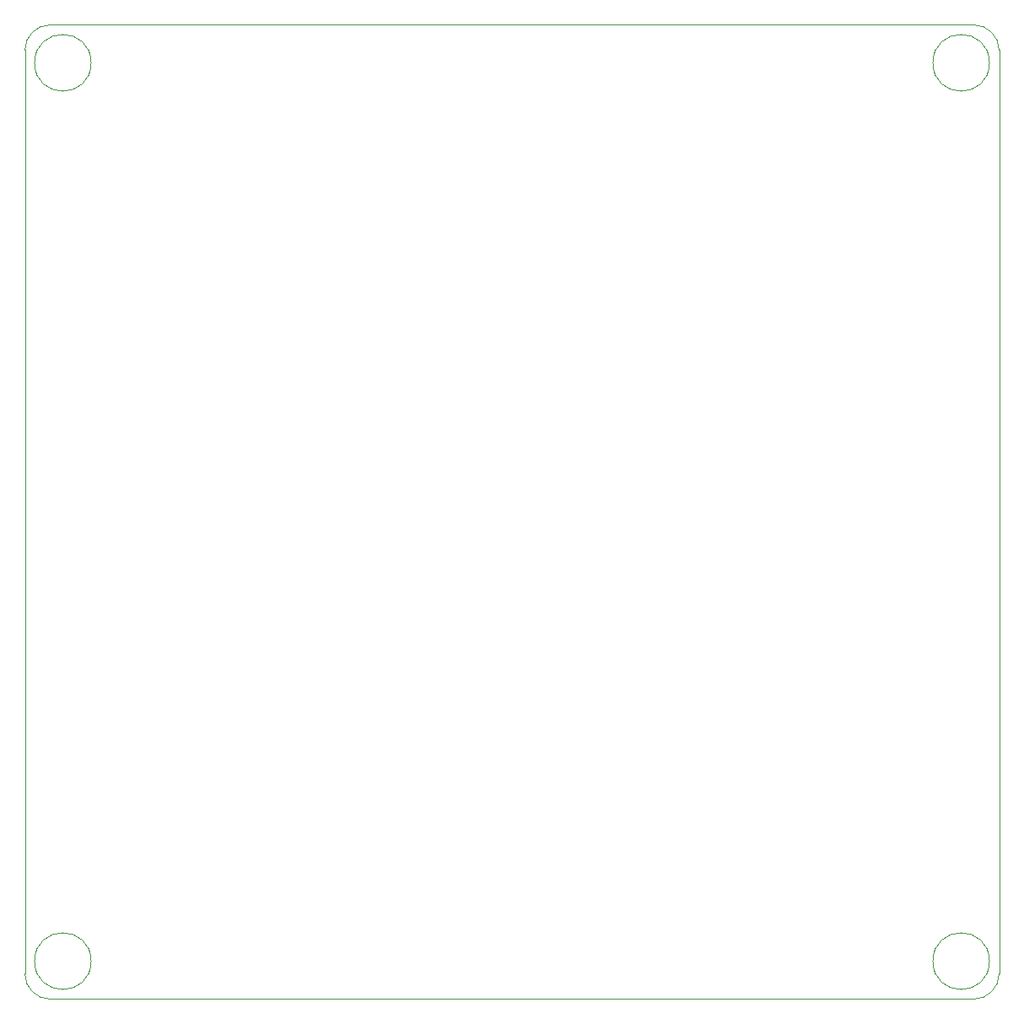
<source format=gbr>
%TF.GenerationSoftware,KiCad,Pcbnew,5.1.9-73d0e3b20d~88~ubuntu20.04.1*%
%TF.CreationDate,2021-04-06T10:54:45+03:00*%
%TF.ProjectId,hymRC,68796d52-432e-46b6-9963-61645f706362,rev?*%
%TF.SameCoordinates,Original*%
%TF.FileFunction,Profile,NP*%
%FSLAX46Y46*%
G04 Gerber Fmt 4.6, Leading zero omitted, Abs format (unit mm)*
G04 Created by KiCad (PCBNEW 5.1.9-73d0e3b20d~88~ubuntu20.04.1) date 2021-04-06 10:54:45*
%MOMM*%
%LPD*%
G01*
G04 APERTURE LIST*
%TA.AperFunction,Profile*%
%ADD10C,0.100000*%
%TD*%
G04 APERTURE END LIST*
D10*
X29509806Y-35560000D02*
G75*
G03*
X29509806Y-35560000I-2839806J0D01*
G01*
X29509806Y-125730000D02*
G75*
G03*
X29509806Y-125730000I-2839806J0D01*
G01*
X119679806Y-35560000D02*
G75*
G03*
X119679806Y-35560000I-2839806J0D01*
G01*
X119679806Y-125730000D02*
G75*
G03*
X119679806Y-125730000I-2839806J0D01*
G01*
X118110000Y-31750000D02*
G75*
G02*
X120650000Y-34290000I0J-2540000D01*
G01*
X120650000Y-127000000D02*
G75*
G02*
X118110000Y-129540000I-2540000J0D01*
G01*
X25400000Y-129540000D02*
G75*
G02*
X22860000Y-127000000I0J2540000D01*
G01*
X22860000Y-34290000D02*
G75*
G02*
X25400000Y-31750000I2540000J0D01*
G01*
X120650000Y-34290000D02*
X120650000Y-127000000D01*
X118110000Y-129540000D02*
X25400000Y-129540000D01*
X25400000Y-31750000D02*
X118110000Y-31750000D01*
X22860000Y-34290000D02*
X22860000Y-127000000D01*
M02*

</source>
